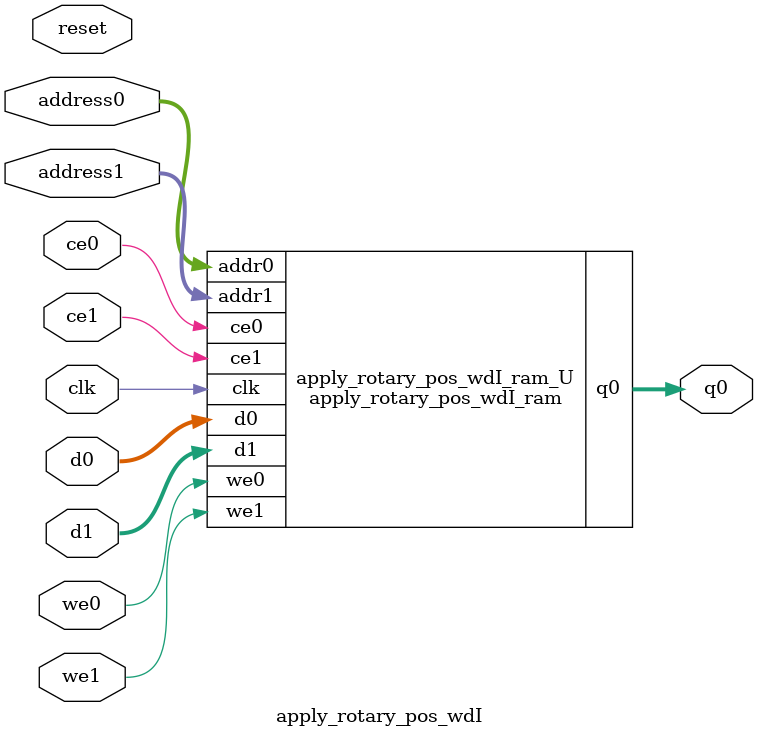
<source format=v>
`timescale 1 ns / 1 ps
module apply_rotary_pos_wdI_ram (addr0, ce0, d0, we0, q0, addr1, ce1, d1, we1,  clk);

parameter DWIDTH = 32;
parameter AWIDTH = 11;
parameter MEM_SIZE = 1536;

input[AWIDTH-1:0] addr0;
input ce0;
input[DWIDTH-1:0] d0;
input we0;
output reg[DWIDTH-1:0] q0;
input[AWIDTH-1:0] addr1;
input ce1;
input[DWIDTH-1:0] d1;
input we1;
input clk;

(* ram_style = "block" *)reg [DWIDTH-1:0] ram[0:MEM_SIZE-1];




always @(posedge clk)  
begin 
    if (ce0) begin
        if (we0) 
            ram[addr0] <= d0; 
        q0 <= ram[addr0];
    end
end


always @(posedge clk)  
begin 
    if (ce1) begin
        if (we1) 
            ram[addr1] <= d1; 
    end
end


endmodule

`timescale 1 ns / 1 ps
module apply_rotary_pos_wdI(
    reset,
    clk,
    address0,
    ce0,
    we0,
    d0,
    q0,
    address1,
    ce1,
    we1,
    d1);

parameter DataWidth = 32'd32;
parameter AddressRange = 32'd1536;
parameter AddressWidth = 32'd11;
input reset;
input clk;
input[AddressWidth - 1:0] address0;
input ce0;
input we0;
input[DataWidth - 1:0] d0;
output[DataWidth - 1:0] q0;
input[AddressWidth - 1:0] address1;
input ce1;
input we1;
input[DataWidth - 1:0] d1;



apply_rotary_pos_wdI_ram apply_rotary_pos_wdI_ram_U(
    .clk( clk ),
    .addr0( address0 ),
    .ce0( ce0 ),
    .we0( we0 ),
    .d0( d0 ),
    .q0( q0 ),
    .addr1( address1 ),
    .ce1( ce1 ),
    .we1( we1 ),
    .d1( d1 ));

endmodule


</source>
